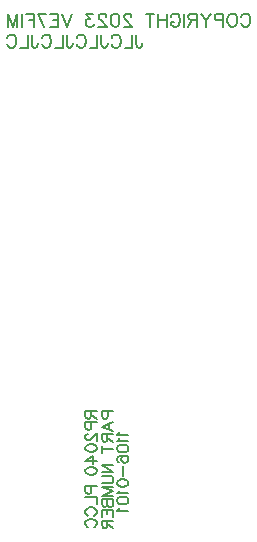
<source format=gbo>
G04 Layer: BottomSilkscreenLayer*
G04 Panelize: , Column: 2, Row: 2, Board Size: 58.42mm x 58.42mm, Panelized Board Size: 118.84mm x 118.84mm*
G04 EasyEDA v6.5.34, 2023-08-21 18:11:39*
G04 a2cfa06f5d3c446ba3be34bd05ffaa75,5a6b42c53f6a479593ecc07194224c93,10*
G04 Gerber Generator version 0.2*
G04 Scale: 100 percent, Rotated: No, Reflected: No *
G04 Dimensions in millimeters *
G04 leading zeros omitted , absolute positions ,4 integer and 5 decimal *
%FSLAX45Y45*%
%MOMM*%

%ADD10C,0.1520*%
%ADD11C,0.1524*%

%LPD*%
D10*
X1878444Y5423938D02*
G01*
X1878444Y5340812D01*
X1883641Y5325224D01*
X1888835Y5320029D01*
X1899226Y5314835D01*
X1909617Y5314835D01*
X1920008Y5320029D01*
X1925205Y5325224D01*
X1930400Y5340812D01*
X1930400Y5351203D01*
X1844154Y5423938D02*
G01*
X1844154Y5314835D01*
X1844154Y5314835D02*
G01*
X1781810Y5314835D01*
X1669587Y5397962D02*
G01*
X1674784Y5408353D01*
X1685175Y5418744D01*
X1695564Y5423938D01*
X1716346Y5423938D01*
X1726737Y5418744D01*
X1737128Y5408353D01*
X1742325Y5397962D01*
X1747520Y5382374D01*
X1747520Y5356397D01*
X1742325Y5340812D01*
X1737128Y5330421D01*
X1726737Y5320029D01*
X1716346Y5314835D01*
X1695564Y5314835D01*
X1685175Y5320029D01*
X1674784Y5330421D01*
X1669587Y5340812D01*
X1583344Y5423938D02*
G01*
X1583344Y5340812D01*
X1588538Y5325224D01*
X1593735Y5320029D01*
X1604124Y5314835D01*
X1614515Y5314835D01*
X1624906Y5320029D01*
X1630103Y5325224D01*
X1635297Y5340812D01*
X1635297Y5351203D01*
X1549054Y5423938D02*
G01*
X1549054Y5314835D01*
X1549054Y5314835D02*
G01*
X1486707Y5314835D01*
X1374485Y5397962D02*
G01*
X1379682Y5408353D01*
X1390073Y5418744D01*
X1400464Y5423938D01*
X1421244Y5423938D01*
X1431635Y5418744D01*
X1442026Y5408353D01*
X1447223Y5397962D01*
X1452417Y5382374D01*
X1452417Y5356397D01*
X1447223Y5340812D01*
X1442026Y5330421D01*
X1431635Y5320029D01*
X1421244Y5314835D01*
X1400464Y5314835D01*
X1390073Y5320029D01*
X1379682Y5330421D01*
X1374485Y5340812D01*
X1288242Y5423938D02*
G01*
X1288242Y5340812D01*
X1293436Y5325224D01*
X1298633Y5320029D01*
X1309024Y5314835D01*
X1319415Y5314835D01*
X1329804Y5320029D01*
X1335001Y5325224D01*
X1340195Y5340812D01*
X1340195Y5351203D01*
X1253952Y5423938D02*
G01*
X1253952Y5314835D01*
X1253952Y5314835D02*
G01*
X1191605Y5314835D01*
X1079385Y5397962D02*
G01*
X1084579Y5408353D01*
X1094971Y5418744D01*
X1105362Y5423938D01*
X1126144Y5423938D01*
X1136535Y5418744D01*
X1146924Y5408353D01*
X1152121Y5397962D01*
X1157315Y5382374D01*
X1157315Y5356397D01*
X1152121Y5340812D01*
X1146924Y5330421D01*
X1136535Y5320029D01*
X1126144Y5314835D01*
X1105362Y5314835D01*
X1094971Y5320029D01*
X1084579Y5330421D01*
X1079385Y5340812D01*
X993139Y5423938D02*
G01*
X993139Y5340812D01*
X998334Y5325224D01*
X1003531Y5320029D01*
X1013922Y5314835D01*
X1024313Y5314835D01*
X1034704Y5320029D01*
X1039898Y5325224D01*
X1045095Y5340812D01*
X1045095Y5351203D01*
X958850Y5423938D02*
G01*
X958850Y5314835D01*
X958850Y5314835D02*
G01*
X896505Y5314835D01*
X784283Y5397962D02*
G01*
X789477Y5408353D01*
X799868Y5418744D01*
X810260Y5423938D01*
X831042Y5423938D01*
X841433Y5418744D01*
X851824Y5408353D01*
X857018Y5397962D01*
X862215Y5382374D01*
X862215Y5356397D01*
X857018Y5340812D01*
X851824Y5330421D01*
X841433Y5320029D01*
X831042Y5314835D01*
X810260Y5314835D01*
X799868Y5320029D01*
X789477Y5330421D01*
X784283Y5340812D01*
D11*
X2766867Y5575762D02*
G01*
X2772064Y5586153D01*
X2782455Y5596544D01*
X2792844Y5601738D01*
X2813626Y5601738D01*
X2824017Y5596544D01*
X2834408Y5586153D01*
X2839605Y5575762D01*
X2844800Y5560174D01*
X2844800Y5534197D01*
X2839605Y5518612D01*
X2834408Y5508221D01*
X2824017Y5497829D01*
X2813626Y5492635D01*
X2792844Y5492635D01*
X2782455Y5497829D01*
X2772064Y5508221D01*
X2766867Y5518612D01*
X2701404Y5601738D02*
G01*
X2711795Y5596544D01*
X2722186Y5586153D01*
X2727383Y5575762D01*
X2732577Y5560174D01*
X2732577Y5534197D01*
X2727383Y5518612D01*
X2722186Y5508221D01*
X2711795Y5497829D01*
X2701404Y5492635D01*
X2680624Y5492635D01*
X2670233Y5497829D01*
X2659842Y5508221D01*
X2654645Y5518612D01*
X2649451Y5534197D01*
X2649451Y5560174D01*
X2654645Y5575762D01*
X2659842Y5586153D01*
X2670233Y5596544D01*
X2680624Y5601738D01*
X2701404Y5601738D01*
X2615161Y5601738D02*
G01*
X2615161Y5492635D01*
X2615161Y5601738D02*
G01*
X2568402Y5601738D01*
X2552814Y5596544D01*
X2547620Y5591347D01*
X2542425Y5580956D01*
X2542425Y5565371D01*
X2547620Y5554979D01*
X2552814Y5549785D01*
X2568402Y5544588D01*
X2615161Y5544588D01*
X2508135Y5601738D02*
G01*
X2466571Y5549785D01*
X2466571Y5492635D01*
X2425006Y5601738D02*
G01*
X2466571Y5549785D01*
X2390716Y5601738D02*
G01*
X2390716Y5492635D01*
X2390716Y5601738D02*
G01*
X2343957Y5601738D01*
X2328372Y5596544D01*
X2323175Y5591347D01*
X2317981Y5580956D01*
X2317981Y5570565D01*
X2323175Y5560174D01*
X2328372Y5554979D01*
X2343957Y5549785D01*
X2390716Y5549785D01*
X2354348Y5549785D02*
G01*
X2317981Y5492635D01*
X2283691Y5601738D02*
G01*
X2283691Y5492635D01*
X2171468Y5575762D02*
G01*
X2176665Y5586153D01*
X2187054Y5596544D01*
X2197445Y5601738D01*
X2218227Y5601738D01*
X2228618Y5596544D01*
X2239009Y5586153D01*
X2244204Y5575762D01*
X2249401Y5560174D01*
X2249401Y5534197D01*
X2244204Y5518612D01*
X2239009Y5508221D01*
X2228618Y5497829D01*
X2218227Y5492635D01*
X2197445Y5492635D01*
X2187054Y5497829D01*
X2176665Y5508221D01*
X2171468Y5518612D01*
X2171468Y5534197D01*
X2197445Y5534197D02*
G01*
X2171468Y5534197D01*
X2137178Y5601738D02*
G01*
X2137178Y5492635D01*
X2064443Y5601738D02*
G01*
X2064443Y5492635D01*
X2137178Y5549785D02*
G01*
X2064443Y5549785D01*
X1993785Y5601738D02*
G01*
X1993785Y5492635D01*
X2030153Y5601738D02*
G01*
X1957415Y5601738D01*
X1837921Y5575762D02*
G01*
X1837921Y5580956D01*
X1832724Y5591347D01*
X1827529Y5596544D01*
X1817138Y5601738D01*
X1796356Y5601738D01*
X1785965Y5596544D01*
X1780771Y5591347D01*
X1775574Y5580956D01*
X1775574Y5570565D01*
X1780771Y5560174D01*
X1791162Y5544588D01*
X1843115Y5492635D01*
X1770379Y5492635D01*
X1704916Y5601738D02*
G01*
X1720504Y5596544D01*
X1730895Y5580956D01*
X1736089Y5554979D01*
X1736089Y5539394D01*
X1730895Y5513415D01*
X1720504Y5497829D01*
X1704916Y5492635D01*
X1694525Y5492635D01*
X1678939Y5497829D01*
X1668548Y5513415D01*
X1663354Y5539394D01*
X1663354Y5554979D01*
X1668548Y5580956D01*
X1678939Y5596544D01*
X1694525Y5601738D01*
X1704916Y5601738D01*
X1623867Y5575762D02*
G01*
X1623867Y5580956D01*
X1618673Y5591347D01*
X1613476Y5596544D01*
X1603085Y5601738D01*
X1582305Y5601738D01*
X1571914Y5596544D01*
X1566717Y5591347D01*
X1561523Y5580956D01*
X1561523Y5570565D01*
X1566717Y5560174D01*
X1577108Y5544588D01*
X1629064Y5492635D01*
X1556326Y5492635D01*
X1511645Y5601738D02*
G01*
X1454495Y5601738D01*
X1485668Y5560174D01*
X1470083Y5560174D01*
X1459692Y5554979D01*
X1454495Y5549785D01*
X1449301Y5534197D01*
X1449301Y5523806D01*
X1454495Y5508221D01*
X1464886Y5497829D01*
X1480474Y5492635D01*
X1496060Y5492635D01*
X1511645Y5497829D01*
X1516842Y5503024D01*
X1522036Y5513415D01*
X1335001Y5601738D02*
G01*
X1293436Y5492635D01*
X1251874Y5601738D02*
G01*
X1293436Y5492635D01*
X1217584Y5601738D02*
G01*
X1217584Y5492635D01*
X1217584Y5601738D02*
G01*
X1150043Y5601738D01*
X1217584Y5549785D02*
G01*
X1176020Y5549785D01*
X1217584Y5492635D02*
G01*
X1150043Y5492635D01*
X1043015Y5601738D02*
G01*
X1094971Y5492635D01*
X1115753Y5601738D02*
G01*
X1043015Y5601738D01*
X1008725Y5601738D02*
G01*
X1008725Y5492635D01*
X1008725Y5601738D02*
G01*
X941184Y5601738D01*
X1008725Y5549785D02*
G01*
X967163Y5549785D01*
X906894Y5601738D02*
G01*
X906894Y5492635D01*
X872604Y5601738D02*
G01*
X872604Y5492635D01*
X872604Y5601738D02*
G01*
X831042Y5492635D01*
X789477Y5601738D02*
G01*
X831042Y5492635D01*
X789477Y5601738D02*
G01*
X789477Y5492635D01*
X1588188Y2235194D02*
G01*
X1683644Y2235194D01*
X1588188Y2235194D02*
G01*
X1588188Y2194285D01*
X1592734Y2180648D01*
X1597279Y2176104D01*
X1606369Y2171557D01*
X1620006Y2171557D01*
X1629097Y2176104D01*
X1633644Y2180648D01*
X1638188Y2194285D01*
X1638188Y2235194D01*
X1588188Y2105195D02*
G01*
X1683644Y2141557D01*
X1588188Y2105195D02*
G01*
X1683644Y2068832D01*
X1651825Y2127923D02*
G01*
X1651825Y2082467D01*
X1588188Y2038832D02*
G01*
X1683644Y2038832D01*
X1588188Y2038832D02*
G01*
X1588188Y1997923D01*
X1592734Y1984286D01*
X1597279Y1979742D01*
X1606369Y1975195D01*
X1615460Y1975195D01*
X1624550Y1979742D01*
X1629097Y1984286D01*
X1633644Y1997923D01*
X1633644Y2038832D01*
X1633644Y2007014D02*
G01*
X1683644Y1975195D01*
X1588188Y1913376D02*
G01*
X1683644Y1913376D01*
X1588188Y1945195D02*
G01*
X1588188Y1881558D01*
X1588188Y1781558D02*
G01*
X1683644Y1781558D01*
X1588188Y1781558D02*
G01*
X1683644Y1717923D01*
X1588188Y1717923D02*
G01*
X1683644Y1717923D01*
X1588188Y1687923D02*
G01*
X1656369Y1687923D01*
X1670006Y1683377D01*
X1679097Y1674286D01*
X1683644Y1660649D01*
X1683644Y1651558D01*
X1679097Y1637924D01*
X1670006Y1628833D01*
X1656369Y1624286D01*
X1588188Y1624286D01*
X1588188Y1594286D02*
G01*
X1683644Y1594286D01*
X1588188Y1594286D02*
G01*
X1683644Y1557924D01*
X1588188Y1521559D02*
G01*
X1683644Y1557924D01*
X1588188Y1521559D02*
G01*
X1683644Y1521559D01*
X1588188Y1491559D02*
G01*
X1683644Y1491559D01*
X1588188Y1491559D02*
G01*
X1588188Y1450649D01*
X1592734Y1437015D01*
X1597279Y1432468D01*
X1606369Y1427924D01*
X1615460Y1427924D01*
X1624550Y1432468D01*
X1629097Y1437015D01*
X1633644Y1450649D01*
X1633644Y1491559D02*
G01*
X1633644Y1450649D01*
X1638188Y1437015D01*
X1642734Y1432468D01*
X1651825Y1427924D01*
X1665460Y1427924D01*
X1674550Y1432468D01*
X1679097Y1437015D01*
X1683644Y1450649D01*
X1683644Y1491559D01*
X1588188Y1397924D02*
G01*
X1683644Y1397924D01*
X1588188Y1397924D02*
G01*
X1588188Y1338834D01*
X1633644Y1397924D02*
G01*
X1633644Y1361559D01*
X1683644Y1397924D02*
G01*
X1683644Y1338834D01*
X1588188Y1308834D02*
G01*
X1683644Y1308834D01*
X1588188Y1308834D02*
G01*
X1588188Y1267924D01*
X1592734Y1254287D01*
X1597279Y1249743D01*
X1606369Y1245196D01*
X1615460Y1245196D01*
X1624550Y1249743D01*
X1629097Y1254287D01*
X1633644Y1267924D01*
X1633644Y1308834D01*
X1633644Y1277015D02*
G01*
X1683644Y1245196D01*
X1733369Y2057394D02*
G01*
X1728825Y2048304D01*
X1715188Y2034667D01*
X1810644Y2034667D01*
X1733369Y2004667D02*
G01*
X1728825Y1995576D01*
X1715188Y1981941D01*
X1810644Y1981941D01*
X1715188Y1924667D02*
G01*
X1719734Y1938304D01*
X1733369Y1947395D01*
X1756097Y1951941D01*
X1769734Y1951941D01*
X1792460Y1947395D01*
X1806097Y1938304D01*
X1810644Y1924667D01*
X1810644Y1915576D01*
X1806097Y1901941D01*
X1792460Y1892848D01*
X1769734Y1888304D01*
X1756097Y1888304D01*
X1733369Y1892848D01*
X1719734Y1901941D01*
X1715188Y1915576D01*
X1715188Y1924667D01*
X1728825Y1803758D02*
G01*
X1719734Y1808304D01*
X1715188Y1821942D01*
X1715188Y1831032D01*
X1719734Y1844667D01*
X1733369Y1853758D01*
X1756097Y1858304D01*
X1778825Y1858304D01*
X1797006Y1853758D01*
X1806097Y1844667D01*
X1810644Y1831032D01*
X1810644Y1826486D01*
X1806097Y1812848D01*
X1797006Y1803758D01*
X1783369Y1799214D01*
X1778825Y1799214D01*
X1765188Y1803758D01*
X1756097Y1812848D01*
X1751550Y1826486D01*
X1751550Y1831032D01*
X1756097Y1844667D01*
X1765188Y1853758D01*
X1778825Y1858304D01*
X1769734Y1769214D02*
G01*
X1769734Y1687395D01*
X1715188Y1630123D02*
G01*
X1719734Y1643758D01*
X1733369Y1652849D01*
X1756097Y1657395D01*
X1769734Y1657395D01*
X1792460Y1652849D01*
X1806097Y1643758D01*
X1810644Y1630123D01*
X1810644Y1621033D01*
X1806097Y1607395D01*
X1792460Y1598305D01*
X1769734Y1593758D01*
X1756097Y1593758D01*
X1733369Y1598305D01*
X1719734Y1607395D01*
X1715188Y1621033D01*
X1715188Y1630123D01*
X1733369Y1563758D02*
G01*
X1728825Y1554667D01*
X1715188Y1541033D01*
X1810644Y1541033D01*
X1715188Y1483758D02*
G01*
X1719734Y1497396D01*
X1733369Y1506486D01*
X1756097Y1511033D01*
X1769734Y1511033D01*
X1792460Y1506486D01*
X1806097Y1497396D01*
X1810644Y1483758D01*
X1810644Y1474668D01*
X1806097Y1461033D01*
X1792460Y1451942D01*
X1769734Y1447396D01*
X1756097Y1447396D01*
X1733369Y1451942D01*
X1719734Y1461033D01*
X1715188Y1474668D01*
X1715188Y1483758D01*
X1733369Y1417396D02*
G01*
X1728825Y1408305D01*
X1715188Y1394668D01*
X1810644Y1394668D01*
X1448556Y2235187D02*
G01*
X1544060Y2235187D01*
X1448556Y2235187D02*
G01*
X1448556Y2194293D01*
X1453128Y2180577D01*
X1457700Y2176005D01*
X1466590Y2171433D01*
X1475734Y2171433D01*
X1484878Y2176005D01*
X1489450Y2180577D01*
X1494022Y2194293D01*
X1494022Y2235187D01*
X1494022Y2203437D02*
G01*
X1544060Y2171433D01*
X1448556Y2141461D02*
G01*
X1544060Y2141461D01*
X1448556Y2141461D02*
G01*
X1448556Y2100567D01*
X1453128Y2087105D01*
X1457700Y2082533D01*
X1466590Y2077961D01*
X1480306Y2077961D01*
X1489450Y2082533D01*
X1494022Y2087105D01*
X1498594Y2100567D01*
X1498594Y2141461D01*
X1471162Y2043417D02*
G01*
X1466590Y2043417D01*
X1457700Y2038845D01*
X1453128Y2034273D01*
X1448556Y2025129D01*
X1448556Y2007095D01*
X1453128Y1997951D01*
X1457700Y1993379D01*
X1466590Y1988807D01*
X1475734Y1988807D01*
X1484878Y1993379D01*
X1498594Y2002523D01*
X1544060Y2047989D01*
X1544060Y1984235D01*
X1448556Y1927085D02*
G01*
X1453128Y1940547D01*
X1466590Y1949691D01*
X1489450Y1954263D01*
X1502912Y1954263D01*
X1525772Y1949691D01*
X1539488Y1940547D01*
X1544060Y1927085D01*
X1544060Y1917941D01*
X1539488Y1904225D01*
X1525772Y1895081D01*
X1502912Y1890763D01*
X1489450Y1890763D01*
X1466590Y1895081D01*
X1453128Y1904225D01*
X1448556Y1917941D01*
X1448556Y1927085D01*
X1448556Y1815071D02*
G01*
X1512056Y1860537D01*
X1512056Y1792465D01*
X1448556Y1815071D02*
G01*
X1544060Y1815071D01*
X1448556Y1735315D02*
G01*
X1453128Y1748777D01*
X1466590Y1757921D01*
X1489450Y1762493D01*
X1502912Y1762493D01*
X1525772Y1757921D01*
X1539488Y1748777D01*
X1544060Y1735315D01*
X1544060Y1726171D01*
X1539488Y1712455D01*
X1525772Y1703311D01*
X1502912Y1698739D01*
X1489450Y1698739D01*
X1466590Y1703311D01*
X1453128Y1712455D01*
X1448556Y1726171D01*
X1448556Y1735315D01*
X1448556Y1598917D02*
G01*
X1544060Y1598917D01*
X1448556Y1598917D02*
G01*
X1448556Y1558023D01*
X1453128Y1544307D01*
X1457700Y1539735D01*
X1466590Y1535163D01*
X1480306Y1535163D01*
X1489450Y1539735D01*
X1494022Y1544307D01*
X1498594Y1558023D01*
X1498594Y1598917D01*
X1448556Y1505191D02*
G01*
X1544060Y1505191D01*
X1544060Y1505191D02*
G01*
X1544060Y1450581D01*
X1471162Y1352537D02*
G01*
X1462018Y1357109D01*
X1453128Y1365999D01*
X1448556Y1375143D01*
X1448556Y1393431D01*
X1453128Y1402575D01*
X1462018Y1411465D01*
X1471162Y1416037D01*
X1484878Y1420609D01*
X1507484Y1420609D01*
X1521200Y1416037D01*
X1530344Y1411465D01*
X1539488Y1402575D01*
X1544060Y1393431D01*
X1544060Y1375143D01*
X1539488Y1365999D01*
X1530344Y1357109D01*
X1521200Y1352537D01*
X1471162Y1254239D02*
G01*
X1462018Y1258811D01*
X1453128Y1267955D01*
X1448556Y1277099D01*
X1448556Y1295133D01*
X1453128Y1304277D01*
X1462018Y1313421D01*
X1471162Y1317993D01*
X1484878Y1322565D01*
X1507484Y1322565D01*
X1521200Y1317993D01*
X1530344Y1313421D01*
X1539488Y1304277D01*
X1544060Y1295133D01*
X1544060Y1277099D01*
X1539488Y1267955D01*
X1530344Y1258811D01*
X1521200Y1254239D01*
M02*

</source>
